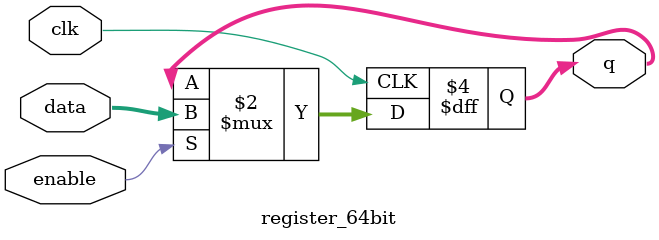
<source format=sv>
module register_64bit (
    input clk,
    input enable,
    input [63:0] data,
    output [63:0] q
);

    // 64-bit register with enable using single always_ff block
    always_ff @(posedge clk) begin
        if (enable) begin
            q <= data;
        end
    end

endmodule
</source>
